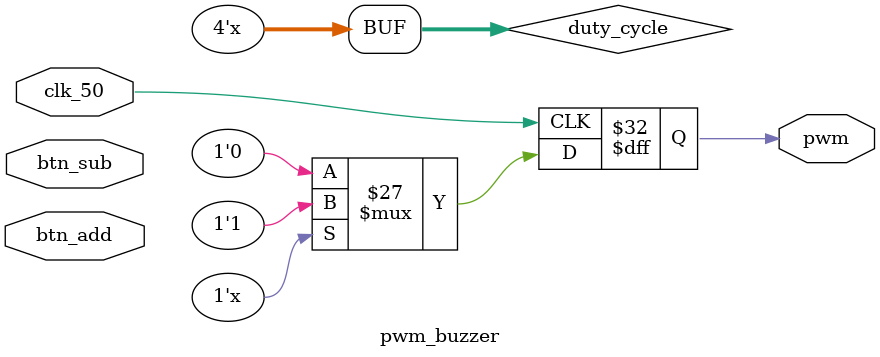
<source format=v>
module pwm_buzzer(clk_50,btn_sub, btn_add, pwm);

input btn_add;
input btn_sub;
input clk_50;

localparam period = 2;
localparam clk50 = 50_000_000;

output reg pwm;

reg [3:0] duty_cycle = 5;
reg [3:0] cnt_pwm = 5;


always @(posedge clk_50)
	if (cnt_pwm == period * clk50)
		cnt_pwm <= 0;
	else
		cnt_pwm <= cnt_pwm + 1;	 

always @(posedge clk_50)
	if (cnt_pwm < period * clk50 * duty_cycle / 10)
		pwm <= 1'b1;
	else
		pwm <= 1'b0;

always @(*)
	if (btn_sub && duty_cycle > 1)
		duty_cycle = duty_cycle - 1;
	else if (btn_add && duty_cycle < 9)
		duty_cycle = duty_cycle + 1;	

endmodule


</source>
